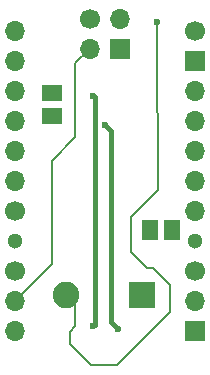
<source format=gbl>
%TF.GenerationSoftware,KiCad,Pcbnew,8.0.3*%
%TF.CreationDate,2024-08-04T12:38:51+02:00*%
%TF.ProjectId,xiao_nrf52840_breakout,7869616f-5f6e-4726-9635-323834305f62,rev?*%
%TF.SameCoordinates,Original*%
%TF.FileFunction,Copper,L2,Bot*%
%TF.FilePolarity,Positive*%
%FSLAX46Y46*%
G04 Gerber Fmt 4.6, Leading zero omitted, Abs format (unit mm)*
G04 Created by KiCad (PCBNEW 8.0.3) date 2024-08-04 12:38:51*
%MOMM*%
%LPD*%
G01*
G04 APERTURE LIST*
%TA.AperFunction,ComponentPad*%
%ADD10C,1.700000*%
%TD*%
%TA.AperFunction,ComponentPad*%
%ADD11O,1.700000X1.700000*%
%TD*%
%TA.AperFunction,ComponentPad*%
%ADD12R,1.700000X1.700000*%
%TD*%
%TA.AperFunction,ComponentPad*%
%ADD13R,1.700000X1.400000*%
%TD*%
%TA.AperFunction,ComponentPad*%
%ADD14C,2.250000*%
%TD*%
%TA.AperFunction,ComponentPad*%
%ADD15R,2.250000X2.250000*%
%TD*%
%TA.AperFunction,ComponentPad*%
%ADD16R,1.400000X1.700000*%
%TD*%
%TA.AperFunction,ViaPad*%
%ADD17C,0.600000*%
%TD*%
%TA.AperFunction,ViaPad*%
%ADD18C,1.300000*%
%TD*%
%TA.AperFunction,Conductor*%
%ADD19C,0.200000*%
%TD*%
%TA.AperFunction,Conductor*%
%ADD20C,0.400000*%
%TD*%
G04 APERTURE END LIST*
D10*
%TO.P,J6,1,Pin_1*%
%TO.N,SWCLK*%
X155229912Y-95960000D03*
D11*
%TO.P,J6,2,Pin_2*%
%TO.N,RESET*%
X157769912Y-95960000D03*
%TO.P,J6,3,Pin_3*%
%TO.N,SWDIO*%
X155229912Y-98500000D03*
D12*
%TO.P,J6,4,Pin_4*%
%TO.N,GND*%
X157769912Y-98500000D03*
%TD*%
D13*
%TO.P,J10,1,Pin_1*%
%TO.N,Net-(J10-Pin_1)*%
X152009409Y-104200000D03*
%TD*%
%TO.P,J9,1,Pin_1*%
%TO.N,Net-(J9-Pin_1)*%
X152000000Y-102280000D03*
%TD*%
D14*
%TO.P,SW1,1,1*%
%TO.N,RESET*%
X153169776Y-119338705D03*
D15*
%TO.P,SW1,2,2*%
%TO.N,GND*%
X159669776Y-119338705D03*
%TD*%
D16*
%TO.P,J8,1,Pin_1*%
%TO.N,Net-(J5-Pin_2)*%
X160300000Y-113880000D03*
%TD*%
D10*
%TO.P,J3,1,Pin_1*%
%TO.N,Net-(J3-Pin_1)*%
X164108391Y-96981453D03*
D12*
%TO.P,J3,2,Pin_2*%
%TO.N,Net-(J3-Pin_2)*%
X164108391Y-99521453D03*
D11*
%TO.P,J3,3,Pin_3*%
%TO.N,Net-(J3-Pin_3)*%
X164108391Y-102061453D03*
%TO.P,J3,4,Pin_4*%
%TO.N,Net-(J3-Pin_4)*%
X164108391Y-104601453D03*
%TO.P,J3,5,Pin_5*%
%TO.N,Net-(J3-Pin_5)*%
X164108391Y-107141453D03*
%TO.P,J3,6,Pin_6*%
%TO.N,Net-(J3-Pin_6)*%
X164108391Y-109681453D03*
%TO.P,J3,7,Pin_7*%
%TO.N,Net-(J3-Pin_7)*%
X164108391Y-112221453D03*
%TD*%
D10*
%TO.P,J7,1,Pin_1*%
%TO.N,SWCLK*%
X148890000Y-117300000D03*
D11*
%TO.P,J7,2,Pin_2*%
%TO.N,SWDIO*%
X148890000Y-119840000D03*
%TO.P,J7,3,Pin_3*%
%TO.N,RESET*%
X148890000Y-122380000D03*
%TD*%
D10*
%TO.P,J5,1,Pin_1*%
%TO.N,Net-(J4-Pin_1)*%
X164090000Y-117300000D03*
D11*
%TO.P,J5,2,Pin_2*%
%TO.N,Net-(J5-Pin_2)*%
X164090000Y-119840000D03*
D12*
%TO.P,J5,3,Pin_3*%
%TO.N,GND*%
X164090000Y-122380000D03*
%TD*%
D16*
%TO.P,J4,1,Pin_1*%
%TO.N,Net-(J4-Pin_1)*%
X162200000Y-113880000D03*
%TD*%
D10*
%TO.P,J2,1,Pin_1*%
%TO.N,Net-(J2-Pin_1)*%
X148886092Y-112221453D03*
D11*
%TO.P,J2,2,Pin_2*%
%TO.N,Net-(J2-Pin_2)*%
X148886092Y-109681453D03*
%TO.P,J2,3,Pin_3*%
%TO.N,Net-(J2-Pin_3)*%
X148886092Y-107141453D03*
%TO.P,J2,4,Pin_4*%
%TO.N,Net-(J2-Pin_4)*%
X148886092Y-104601453D03*
%TO.P,J2,5,Pin_5*%
%TO.N,Net-(J2-Pin_5)*%
X148886092Y-102061453D03*
%TO.P,J2,6,Pin_6*%
%TO.N,Net-(J2-Pin_6)*%
X148886092Y-99521453D03*
%TO.P,J2,7,Pin_7*%
%TO.N,Net-(J2-Pin_7)*%
X148886092Y-96981453D03*
%TD*%
D17*
%TO.N,Net-(J10-Pin_1)*%
X156500000Y-105000000D03*
%TO.N,Net-(J9-Pin_1)*%
X155500000Y-122000000D03*
X155500000Y-102500000D03*
D18*
%TO.N,*%
X148886092Y-114761453D03*
X164108391Y-114761453D03*
D17*
%TO.N,RESET*%
X160870000Y-96210000D03*
%TO.N,Net-(J10-Pin_1)*%
X157580000Y-122250000D03*
%TD*%
D19*
%TO.N,RESET*%
X160870000Y-96210000D02*
X160870000Y-103870000D01*
X160870000Y-103870000D02*
X161000000Y-104000000D01*
X158707760Y-112792240D02*
X158707760Y-115707760D01*
X161000000Y-104000000D02*
X161000000Y-110500000D01*
X161000000Y-110500000D02*
X158707760Y-112792240D01*
X158707760Y-115707760D02*
X160100000Y-117100000D01*
X160100000Y-117100000D02*
X160600000Y-117100000D01*
X160600000Y-117100000D02*
X162000000Y-118500000D01*
X162000000Y-118500000D02*
X162000000Y-120789146D01*
X154000000Y-122000000D02*
X154000000Y-120168929D01*
X162000000Y-120789146D02*
X157507028Y-125282118D01*
X157507028Y-125282118D02*
X155282118Y-125282118D01*
X155282118Y-125282118D02*
X153500000Y-123500000D01*
X153500000Y-123500000D02*
X153500000Y-122500000D01*
X153500000Y-122500000D02*
X154000000Y-122000000D01*
X154000000Y-120168929D02*
X153169776Y-119338705D01*
%TO.N,SWDIO*%
X155229912Y-98500000D02*
X154000000Y-99729912D01*
X152000000Y-108000000D02*
X152000000Y-116730000D01*
X154000000Y-106000000D02*
X152000000Y-108000000D01*
X154000000Y-99729912D02*
X154000000Y-106000000D01*
X152000000Y-116730000D02*
X148890000Y-119840000D01*
D20*
%TO.N,Net-(J9-Pin_1)*%
X155500000Y-102500000D02*
X155620000Y-102620000D01*
X155620000Y-121880000D02*
X155500000Y-122000000D01*
X155620000Y-102620000D02*
X155620000Y-121880000D01*
%TO.N,Net-(J10-Pin_1)*%
X156500000Y-105000000D02*
X157000000Y-105500000D01*
X157000000Y-105500000D02*
X157000000Y-121670000D01*
X157000000Y-121670000D02*
X157580000Y-122250000D01*
%TD*%
M02*

</source>
